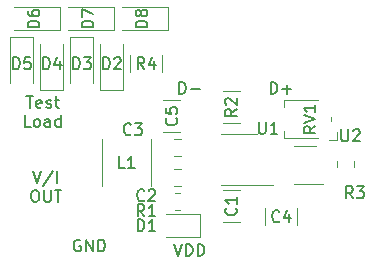
<source format=gto>
%TF.GenerationSoftware,KiCad,Pcbnew,7.0.1-0*%
%TF.CreationDate,2023-04-04T18:33:11-07:00*%
%TF.ProjectId,ULD_Test_Board,554c445f-5465-4737-945f-426f6172642e,A*%
%TF.SameCoordinates,Original*%
%TF.FileFunction,Legend,Top*%
%TF.FilePolarity,Positive*%
%FSLAX46Y46*%
G04 Gerber Fmt 4.6, Leading zero omitted, Abs format (unit mm)*
G04 Created by KiCad (PCBNEW 7.0.1-0) date 2023-04-04 18:33:11*
%MOMM*%
%LPD*%
G01*
G04 APERTURE LIST*
%ADD10C,0.152400*%
%ADD11C,0.120000*%
G04 APERTURE END LIST*
D10*
X47987857Y-36200769D02*
X47987857Y-35210169D01*
X47987857Y-35210169D02*
X48223714Y-35210169D01*
X48223714Y-35210169D02*
X48365228Y-35257340D01*
X48365228Y-35257340D02*
X48459571Y-35351683D01*
X48459571Y-35351683D02*
X48506742Y-35446026D01*
X48506742Y-35446026D02*
X48553914Y-35634712D01*
X48553914Y-35634712D02*
X48553914Y-35776226D01*
X48553914Y-35776226D02*
X48506742Y-35964912D01*
X48506742Y-35964912D02*
X48459571Y-36059255D01*
X48459571Y-36059255D02*
X48365228Y-36153598D01*
X48365228Y-36153598D02*
X48223714Y-36200769D01*
X48223714Y-36200769D02*
X47987857Y-36200769D01*
X48978457Y-35823398D02*
X49733200Y-35823398D01*
X49355828Y-36200769D02*
X49355828Y-35446026D01*
X27871057Y-42749397D02*
X28201257Y-43739997D01*
X28201257Y-43739997D02*
X28531457Y-42749397D01*
X29569229Y-42702226D02*
X28720143Y-43975854D01*
X29899429Y-43739997D02*
X29899429Y-42749397D01*
X27965400Y-44354169D02*
X28154086Y-44354169D01*
X28154086Y-44354169D02*
X28248429Y-44401340D01*
X28248429Y-44401340D02*
X28342772Y-44495683D01*
X28342772Y-44495683D02*
X28389943Y-44684369D01*
X28389943Y-44684369D02*
X28389943Y-45014569D01*
X28389943Y-45014569D02*
X28342772Y-45203255D01*
X28342772Y-45203255D02*
X28248429Y-45297598D01*
X28248429Y-45297598D02*
X28154086Y-45344769D01*
X28154086Y-45344769D02*
X27965400Y-45344769D01*
X27965400Y-45344769D02*
X27871058Y-45297598D01*
X27871058Y-45297598D02*
X27776715Y-45203255D01*
X27776715Y-45203255D02*
X27729543Y-45014569D01*
X27729543Y-45014569D02*
X27729543Y-44684369D01*
X27729543Y-44684369D02*
X27776715Y-44495683D01*
X27776715Y-44495683D02*
X27871058Y-44401340D01*
X27871058Y-44401340D02*
X27965400Y-44354169D01*
X28814486Y-44354169D02*
X28814486Y-45156083D01*
X28814486Y-45156083D02*
X28861657Y-45250426D01*
X28861657Y-45250426D02*
X28908829Y-45297598D01*
X28908829Y-45297598D02*
X29003171Y-45344769D01*
X29003171Y-45344769D02*
X29191857Y-45344769D01*
X29191857Y-45344769D02*
X29286200Y-45297598D01*
X29286200Y-45297598D02*
X29333371Y-45250426D01*
X29333371Y-45250426D02*
X29380543Y-45156083D01*
X29380543Y-45156083D02*
X29380543Y-44354169D01*
X29710742Y-44354169D02*
X30276800Y-44354169D01*
X29993771Y-45344769D02*
X29993771Y-44354169D01*
X27310442Y-36399397D02*
X27876500Y-36399397D01*
X27593471Y-37389997D02*
X27593471Y-36399397D01*
X28584071Y-37342826D02*
X28489728Y-37389997D01*
X28489728Y-37389997D02*
X28301043Y-37389997D01*
X28301043Y-37389997D02*
X28206700Y-37342826D01*
X28206700Y-37342826D02*
X28159528Y-37248483D01*
X28159528Y-37248483D02*
X28159528Y-36871111D01*
X28159528Y-36871111D02*
X28206700Y-36776768D01*
X28206700Y-36776768D02*
X28301043Y-36729597D01*
X28301043Y-36729597D02*
X28489728Y-36729597D01*
X28489728Y-36729597D02*
X28584071Y-36776768D01*
X28584071Y-36776768D02*
X28631243Y-36871111D01*
X28631243Y-36871111D02*
X28631243Y-36965454D01*
X28631243Y-36965454D02*
X28159528Y-37059797D01*
X29008614Y-37342826D02*
X29102957Y-37389997D01*
X29102957Y-37389997D02*
X29291643Y-37389997D01*
X29291643Y-37389997D02*
X29385986Y-37342826D01*
X29385986Y-37342826D02*
X29433157Y-37248483D01*
X29433157Y-37248483D02*
X29433157Y-37201311D01*
X29433157Y-37201311D02*
X29385986Y-37106968D01*
X29385986Y-37106968D02*
X29291643Y-37059797D01*
X29291643Y-37059797D02*
X29150129Y-37059797D01*
X29150129Y-37059797D02*
X29055786Y-37012626D01*
X29055786Y-37012626D02*
X29008614Y-36918283D01*
X29008614Y-36918283D02*
X29008614Y-36871111D01*
X29008614Y-36871111D02*
X29055786Y-36776768D01*
X29055786Y-36776768D02*
X29150129Y-36729597D01*
X29150129Y-36729597D02*
X29291643Y-36729597D01*
X29291643Y-36729597D02*
X29385986Y-36776768D01*
X29716185Y-36729597D02*
X30093557Y-36729597D01*
X29857700Y-36399397D02*
X29857700Y-37248483D01*
X29857700Y-37248483D02*
X29904871Y-37342826D01*
X29904871Y-37342826D02*
X29999214Y-37389997D01*
X29999214Y-37389997D02*
X30093557Y-37389997D01*
X27664229Y-38994769D02*
X27192515Y-38994769D01*
X27192515Y-38994769D02*
X27192515Y-38004169D01*
X28135943Y-38994769D02*
X28041600Y-38947598D01*
X28041600Y-38947598D02*
X27994429Y-38900426D01*
X27994429Y-38900426D02*
X27947257Y-38806083D01*
X27947257Y-38806083D02*
X27947257Y-38523055D01*
X27947257Y-38523055D02*
X27994429Y-38428712D01*
X27994429Y-38428712D02*
X28041600Y-38381540D01*
X28041600Y-38381540D02*
X28135943Y-38334369D01*
X28135943Y-38334369D02*
X28277457Y-38334369D01*
X28277457Y-38334369D02*
X28371800Y-38381540D01*
X28371800Y-38381540D02*
X28418972Y-38428712D01*
X28418972Y-38428712D02*
X28466143Y-38523055D01*
X28466143Y-38523055D02*
X28466143Y-38806083D01*
X28466143Y-38806083D02*
X28418972Y-38900426D01*
X28418972Y-38900426D02*
X28371800Y-38947598D01*
X28371800Y-38947598D02*
X28277457Y-38994769D01*
X28277457Y-38994769D02*
X28135943Y-38994769D01*
X29315229Y-38994769D02*
X29315229Y-38475883D01*
X29315229Y-38475883D02*
X29268057Y-38381540D01*
X29268057Y-38381540D02*
X29173714Y-38334369D01*
X29173714Y-38334369D02*
X28985029Y-38334369D01*
X28985029Y-38334369D02*
X28890686Y-38381540D01*
X29315229Y-38947598D02*
X29220886Y-38994769D01*
X29220886Y-38994769D02*
X28985029Y-38994769D01*
X28985029Y-38994769D02*
X28890686Y-38947598D01*
X28890686Y-38947598D02*
X28843514Y-38853255D01*
X28843514Y-38853255D02*
X28843514Y-38758912D01*
X28843514Y-38758912D02*
X28890686Y-38664569D01*
X28890686Y-38664569D02*
X28985029Y-38617398D01*
X28985029Y-38617398D02*
X29220886Y-38617398D01*
X29220886Y-38617398D02*
X29315229Y-38570226D01*
X30211486Y-38994769D02*
X30211486Y-38004169D01*
X30211486Y-38947598D02*
X30117143Y-38994769D01*
X30117143Y-38994769D02*
X29928457Y-38994769D01*
X29928457Y-38994769D02*
X29834114Y-38947598D01*
X29834114Y-38947598D02*
X29786943Y-38900426D01*
X29786943Y-38900426D02*
X29739771Y-38806083D01*
X29739771Y-38806083D02*
X29739771Y-38523055D01*
X29739771Y-38523055D02*
X29786943Y-38428712D01*
X29786943Y-38428712D02*
X29834114Y-38381540D01*
X29834114Y-38381540D02*
X29928457Y-38334369D01*
X29928457Y-38334369D02*
X30117143Y-38334369D01*
X30117143Y-38334369D02*
X30211486Y-38381540D01*
X39827199Y-48926169D02*
X40157399Y-49916769D01*
X40157399Y-49916769D02*
X40487599Y-48926169D01*
X40817800Y-49916769D02*
X40817800Y-48926169D01*
X40817800Y-48926169D02*
X41053657Y-48926169D01*
X41053657Y-48926169D02*
X41195171Y-48973340D01*
X41195171Y-48973340D02*
X41289514Y-49067683D01*
X41289514Y-49067683D02*
X41336685Y-49162026D01*
X41336685Y-49162026D02*
X41383857Y-49350712D01*
X41383857Y-49350712D02*
X41383857Y-49492226D01*
X41383857Y-49492226D02*
X41336685Y-49680912D01*
X41336685Y-49680912D02*
X41289514Y-49775255D01*
X41289514Y-49775255D02*
X41195171Y-49869598D01*
X41195171Y-49869598D02*
X41053657Y-49916769D01*
X41053657Y-49916769D02*
X40817800Y-49916769D01*
X41808400Y-49916769D02*
X41808400Y-48926169D01*
X41808400Y-48926169D02*
X42044257Y-48926169D01*
X42044257Y-48926169D02*
X42185771Y-48973340D01*
X42185771Y-48973340D02*
X42280114Y-49067683D01*
X42280114Y-49067683D02*
X42327285Y-49162026D01*
X42327285Y-49162026D02*
X42374457Y-49350712D01*
X42374457Y-49350712D02*
X42374457Y-49492226D01*
X42374457Y-49492226D02*
X42327285Y-49680912D01*
X42327285Y-49680912D02*
X42280114Y-49775255D01*
X42280114Y-49775255D02*
X42185771Y-49869598D01*
X42185771Y-49869598D02*
X42044257Y-49916769D01*
X42044257Y-49916769D02*
X41808400Y-49916769D01*
X31884257Y-48592340D02*
X31789915Y-48545169D01*
X31789915Y-48545169D02*
X31648400Y-48545169D01*
X31648400Y-48545169D02*
X31506886Y-48592340D01*
X31506886Y-48592340D02*
X31412543Y-48686683D01*
X31412543Y-48686683D02*
X31365372Y-48781026D01*
X31365372Y-48781026D02*
X31318200Y-48969712D01*
X31318200Y-48969712D02*
X31318200Y-49111226D01*
X31318200Y-49111226D02*
X31365372Y-49299912D01*
X31365372Y-49299912D02*
X31412543Y-49394255D01*
X31412543Y-49394255D02*
X31506886Y-49488598D01*
X31506886Y-49488598D02*
X31648400Y-49535769D01*
X31648400Y-49535769D02*
X31742743Y-49535769D01*
X31742743Y-49535769D02*
X31884257Y-49488598D01*
X31884257Y-49488598D02*
X31931429Y-49441426D01*
X31931429Y-49441426D02*
X31931429Y-49111226D01*
X31931429Y-49111226D02*
X31742743Y-49111226D01*
X32355972Y-49535769D02*
X32355972Y-48545169D01*
X32355972Y-48545169D02*
X32922029Y-49535769D01*
X32922029Y-49535769D02*
X32922029Y-48545169D01*
X33393743Y-49535769D02*
X33393743Y-48545169D01*
X33393743Y-48545169D02*
X33629600Y-48545169D01*
X33629600Y-48545169D02*
X33771114Y-48592340D01*
X33771114Y-48592340D02*
X33865457Y-48686683D01*
X33865457Y-48686683D02*
X33912628Y-48781026D01*
X33912628Y-48781026D02*
X33959800Y-48969712D01*
X33959800Y-48969712D02*
X33959800Y-49111226D01*
X33959800Y-49111226D02*
X33912628Y-49299912D01*
X33912628Y-49299912D02*
X33865457Y-49394255D01*
X33865457Y-49394255D02*
X33771114Y-49488598D01*
X33771114Y-49488598D02*
X33629600Y-49535769D01*
X33629600Y-49535769D02*
X33393743Y-49535769D01*
X40240857Y-36200769D02*
X40240857Y-35210169D01*
X40240857Y-35210169D02*
X40476714Y-35210169D01*
X40476714Y-35210169D02*
X40618228Y-35257340D01*
X40618228Y-35257340D02*
X40712571Y-35351683D01*
X40712571Y-35351683D02*
X40759742Y-35446026D01*
X40759742Y-35446026D02*
X40806914Y-35634712D01*
X40806914Y-35634712D02*
X40806914Y-35776226D01*
X40806914Y-35776226D02*
X40759742Y-35964912D01*
X40759742Y-35964912D02*
X40712571Y-36059255D01*
X40712571Y-36059255D02*
X40618228Y-36153598D01*
X40618228Y-36153598D02*
X40476714Y-36200769D01*
X40476714Y-36200769D02*
X40240857Y-36200769D01*
X41231457Y-35823398D02*
X41986200Y-35823398D01*
%TO.C,D1*%
X36733843Y-47829270D02*
X36733843Y-46838670D01*
X36733843Y-46838670D02*
X36969700Y-46838670D01*
X36969700Y-46838670D02*
X37111214Y-46885841D01*
X37111214Y-46885841D02*
X37205557Y-46980184D01*
X37205557Y-46980184D02*
X37252728Y-47074527D01*
X37252728Y-47074527D02*
X37299900Y-47263213D01*
X37299900Y-47263213D02*
X37299900Y-47404727D01*
X37299900Y-47404727D02*
X37252728Y-47593413D01*
X37252728Y-47593413D02*
X37205557Y-47687756D01*
X37205557Y-47687756D02*
X37111214Y-47782099D01*
X37111214Y-47782099D02*
X36969700Y-47829270D01*
X36969700Y-47829270D02*
X36733843Y-47829270D01*
X38243328Y-47829270D02*
X37677271Y-47829270D01*
X37960300Y-47829270D02*
X37960300Y-46838670D01*
X37960300Y-46838670D02*
X37865957Y-46980184D01*
X37865957Y-46980184D02*
X37771614Y-47074527D01*
X37771614Y-47074527D02*
X37677271Y-47121699D01*
%TO.C,D3*%
X31272843Y-34113270D02*
X31272843Y-33122670D01*
X31272843Y-33122670D02*
X31508700Y-33122670D01*
X31508700Y-33122670D02*
X31650214Y-33169841D01*
X31650214Y-33169841D02*
X31744557Y-33264184D01*
X31744557Y-33264184D02*
X31791728Y-33358527D01*
X31791728Y-33358527D02*
X31838900Y-33547213D01*
X31838900Y-33547213D02*
X31838900Y-33688727D01*
X31838900Y-33688727D02*
X31791728Y-33877413D01*
X31791728Y-33877413D02*
X31744557Y-33971756D01*
X31744557Y-33971756D02*
X31650214Y-34066099D01*
X31650214Y-34066099D02*
X31508700Y-34113270D01*
X31508700Y-34113270D02*
X31272843Y-34113270D01*
X32169100Y-33122670D02*
X32782328Y-33122670D01*
X32782328Y-33122670D02*
X32452128Y-33500041D01*
X32452128Y-33500041D02*
X32593643Y-33500041D01*
X32593643Y-33500041D02*
X32687986Y-33547213D01*
X32687986Y-33547213D02*
X32735157Y-33594384D01*
X32735157Y-33594384D02*
X32782328Y-33688727D01*
X32782328Y-33688727D02*
X32782328Y-33924584D01*
X32782328Y-33924584D02*
X32735157Y-34018927D01*
X32735157Y-34018927D02*
X32687986Y-34066099D01*
X32687986Y-34066099D02*
X32593643Y-34113270D01*
X32593643Y-34113270D02*
X32310614Y-34113270D01*
X32310614Y-34113270D02*
X32216271Y-34066099D01*
X32216271Y-34066099D02*
X32169100Y-34018927D01*
%TO.C,U1*%
X46997257Y-38583670D02*
X46997257Y-39385584D01*
X46997257Y-39385584D02*
X47044428Y-39479927D01*
X47044428Y-39479927D02*
X47091600Y-39527099D01*
X47091600Y-39527099D02*
X47185942Y-39574270D01*
X47185942Y-39574270D02*
X47374628Y-39574270D01*
X47374628Y-39574270D02*
X47468971Y-39527099D01*
X47468971Y-39527099D02*
X47516142Y-39479927D01*
X47516142Y-39479927D02*
X47563314Y-39385584D01*
X47563314Y-39385584D02*
X47563314Y-38583670D01*
X48553913Y-39574270D02*
X47987856Y-39574270D01*
X48270885Y-39574270D02*
X48270885Y-38583670D01*
X48270885Y-38583670D02*
X48176542Y-38725184D01*
X48176542Y-38725184D02*
X48082199Y-38819527D01*
X48082199Y-38819527D02*
X47987856Y-38866699D01*
%TO.C,D8*%
X37542270Y-30576156D02*
X36551670Y-30576156D01*
X36551670Y-30576156D02*
X36551670Y-30340299D01*
X36551670Y-30340299D02*
X36598841Y-30198785D01*
X36598841Y-30198785D02*
X36693184Y-30104442D01*
X36693184Y-30104442D02*
X36787527Y-30057271D01*
X36787527Y-30057271D02*
X36976213Y-30010099D01*
X36976213Y-30010099D02*
X37117727Y-30010099D01*
X37117727Y-30010099D02*
X37306413Y-30057271D01*
X37306413Y-30057271D02*
X37400756Y-30104442D01*
X37400756Y-30104442D02*
X37495099Y-30198785D01*
X37495099Y-30198785D02*
X37542270Y-30340299D01*
X37542270Y-30340299D02*
X37542270Y-30576156D01*
X36976213Y-29444042D02*
X36929041Y-29538385D01*
X36929041Y-29538385D02*
X36881870Y-29585556D01*
X36881870Y-29585556D02*
X36787527Y-29632728D01*
X36787527Y-29632728D02*
X36740356Y-29632728D01*
X36740356Y-29632728D02*
X36646013Y-29585556D01*
X36646013Y-29585556D02*
X36598841Y-29538385D01*
X36598841Y-29538385D02*
X36551670Y-29444042D01*
X36551670Y-29444042D02*
X36551670Y-29255356D01*
X36551670Y-29255356D02*
X36598841Y-29161014D01*
X36598841Y-29161014D02*
X36646013Y-29113842D01*
X36646013Y-29113842D02*
X36740356Y-29066671D01*
X36740356Y-29066671D02*
X36787527Y-29066671D01*
X36787527Y-29066671D02*
X36881870Y-29113842D01*
X36881870Y-29113842D02*
X36929041Y-29161014D01*
X36929041Y-29161014D02*
X36976213Y-29255356D01*
X36976213Y-29255356D02*
X36976213Y-29444042D01*
X36976213Y-29444042D02*
X37023384Y-29538385D01*
X37023384Y-29538385D02*
X37070556Y-29585556D01*
X37070556Y-29585556D02*
X37164899Y-29632728D01*
X37164899Y-29632728D02*
X37353584Y-29632728D01*
X37353584Y-29632728D02*
X37447927Y-29585556D01*
X37447927Y-29585556D02*
X37495099Y-29538385D01*
X37495099Y-29538385D02*
X37542270Y-29444042D01*
X37542270Y-29444042D02*
X37542270Y-29255356D01*
X37542270Y-29255356D02*
X37495099Y-29161014D01*
X37495099Y-29161014D02*
X37447927Y-29113842D01*
X37447927Y-29113842D02*
X37353584Y-29066671D01*
X37353584Y-29066671D02*
X37164899Y-29066671D01*
X37164899Y-29066671D02*
X37070556Y-29113842D01*
X37070556Y-29113842D02*
X37023384Y-29161014D01*
X37023384Y-29161014D02*
X36976213Y-29255356D01*
%TO.C,RV1*%
X51766270Y-38943642D02*
X51294556Y-39273842D01*
X51766270Y-39509699D02*
X50775670Y-39509699D01*
X50775670Y-39509699D02*
X50775670Y-39132328D01*
X50775670Y-39132328D02*
X50822841Y-39037985D01*
X50822841Y-39037985D02*
X50870013Y-38990814D01*
X50870013Y-38990814D02*
X50964356Y-38943642D01*
X50964356Y-38943642D02*
X51105870Y-38943642D01*
X51105870Y-38943642D02*
X51200213Y-38990814D01*
X51200213Y-38990814D02*
X51247384Y-39037985D01*
X51247384Y-39037985D02*
X51294556Y-39132328D01*
X51294556Y-39132328D02*
X51294556Y-39509699D01*
X50775670Y-38660614D02*
X51766270Y-38330414D01*
X51766270Y-38330414D02*
X50775670Y-38000214D01*
X51766270Y-37151128D02*
X51766270Y-37717185D01*
X51766270Y-37434156D02*
X50775670Y-37434156D01*
X50775670Y-37434156D02*
X50917184Y-37528499D01*
X50917184Y-37528499D02*
X51011527Y-37622842D01*
X51011527Y-37622842D02*
X51058699Y-37717185D01*
%TO.C,U2*%
X53982257Y-39218670D02*
X53982257Y-40020584D01*
X53982257Y-40020584D02*
X54029428Y-40114927D01*
X54029428Y-40114927D02*
X54076600Y-40162099D01*
X54076600Y-40162099D02*
X54170942Y-40209270D01*
X54170942Y-40209270D02*
X54359628Y-40209270D01*
X54359628Y-40209270D02*
X54453971Y-40162099D01*
X54453971Y-40162099D02*
X54501142Y-40114927D01*
X54501142Y-40114927D02*
X54548314Y-40020584D01*
X54548314Y-40020584D02*
X54548314Y-39218670D01*
X54972856Y-39313013D02*
X55020028Y-39265841D01*
X55020028Y-39265841D02*
X55114371Y-39218670D01*
X55114371Y-39218670D02*
X55350228Y-39218670D01*
X55350228Y-39218670D02*
X55444571Y-39265841D01*
X55444571Y-39265841D02*
X55491742Y-39313013D01*
X55491742Y-39313013D02*
X55538913Y-39407356D01*
X55538913Y-39407356D02*
X55538913Y-39501699D01*
X55538913Y-39501699D02*
X55491742Y-39643213D01*
X55491742Y-39643213D02*
X54925685Y-40209270D01*
X54925685Y-40209270D02*
X55538913Y-40209270D01*
%TO.C,R2*%
X45131270Y-37503099D02*
X44659556Y-37833299D01*
X45131270Y-38069156D02*
X44140670Y-38069156D01*
X44140670Y-38069156D02*
X44140670Y-37691785D01*
X44140670Y-37691785D02*
X44187841Y-37597442D01*
X44187841Y-37597442D02*
X44235013Y-37550271D01*
X44235013Y-37550271D02*
X44329356Y-37503099D01*
X44329356Y-37503099D02*
X44470870Y-37503099D01*
X44470870Y-37503099D02*
X44565213Y-37550271D01*
X44565213Y-37550271D02*
X44612384Y-37597442D01*
X44612384Y-37597442D02*
X44659556Y-37691785D01*
X44659556Y-37691785D02*
X44659556Y-38069156D01*
X44235013Y-37125728D02*
X44187841Y-37078556D01*
X44187841Y-37078556D02*
X44140670Y-36984214D01*
X44140670Y-36984214D02*
X44140670Y-36748356D01*
X44140670Y-36748356D02*
X44187841Y-36654014D01*
X44187841Y-36654014D02*
X44235013Y-36606842D01*
X44235013Y-36606842D02*
X44329356Y-36559671D01*
X44329356Y-36559671D02*
X44423699Y-36559671D01*
X44423699Y-36559671D02*
X44565213Y-36606842D01*
X44565213Y-36606842D02*
X45131270Y-37172899D01*
X45131270Y-37172899D02*
X45131270Y-36559671D01*
%TO.C,D2*%
X33812843Y-34113270D02*
X33812843Y-33122670D01*
X33812843Y-33122670D02*
X34048700Y-33122670D01*
X34048700Y-33122670D02*
X34190214Y-33169841D01*
X34190214Y-33169841D02*
X34284557Y-33264184D01*
X34284557Y-33264184D02*
X34331728Y-33358527D01*
X34331728Y-33358527D02*
X34378900Y-33547213D01*
X34378900Y-33547213D02*
X34378900Y-33688727D01*
X34378900Y-33688727D02*
X34331728Y-33877413D01*
X34331728Y-33877413D02*
X34284557Y-33971756D01*
X34284557Y-33971756D02*
X34190214Y-34066099D01*
X34190214Y-34066099D02*
X34048700Y-34113270D01*
X34048700Y-34113270D02*
X33812843Y-34113270D01*
X34756271Y-33217013D02*
X34803443Y-33169841D01*
X34803443Y-33169841D02*
X34897786Y-33122670D01*
X34897786Y-33122670D02*
X35133643Y-33122670D01*
X35133643Y-33122670D02*
X35227986Y-33169841D01*
X35227986Y-33169841D02*
X35275157Y-33217013D01*
X35275157Y-33217013D02*
X35322328Y-33311356D01*
X35322328Y-33311356D02*
X35322328Y-33405699D01*
X35322328Y-33405699D02*
X35275157Y-33547213D01*
X35275157Y-33547213D02*
X34709100Y-34113270D01*
X34709100Y-34113270D02*
X35322328Y-34113270D01*
%TO.C,D6*%
X28398270Y-30576156D02*
X27407670Y-30576156D01*
X27407670Y-30576156D02*
X27407670Y-30340299D01*
X27407670Y-30340299D02*
X27454841Y-30198785D01*
X27454841Y-30198785D02*
X27549184Y-30104442D01*
X27549184Y-30104442D02*
X27643527Y-30057271D01*
X27643527Y-30057271D02*
X27832213Y-30010099D01*
X27832213Y-30010099D02*
X27973727Y-30010099D01*
X27973727Y-30010099D02*
X28162413Y-30057271D01*
X28162413Y-30057271D02*
X28256756Y-30104442D01*
X28256756Y-30104442D02*
X28351099Y-30198785D01*
X28351099Y-30198785D02*
X28398270Y-30340299D01*
X28398270Y-30340299D02*
X28398270Y-30576156D01*
X27407670Y-29161014D02*
X27407670Y-29349699D01*
X27407670Y-29349699D02*
X27454841Y-29444042D01*
X27454841Y-29444042D02*
X27502013Y-29491214D01*
X27502013Y-29491214D02*
X27643527Y-29585556D01*
X27643527Y-29585556D02*
X27832213Y-29632728D01*
X27832213Y-29632728D02*
X28209584Y-29632728D01*
X28209584Y-29632728D02*
X28303927Y-29585556D01*
X28303927Y-29585556D02*
X28351099Y-29538385D01*
X28351099Y-29538385D02*
X28398270Y-29444042D01*
X28398270Y-29444042D02*
X28398270Y-29255356D01*
X28398270Y-29255356D02*
X28351099Y-29161014D01*
X28351099Y-29161014D02*
X28303927Y-29113842D01*
X28303927Y-29113842D02*
X28209584Y-29066671D01*
X28209584Y-29066671D02*
X27973727Y-29066671D01*
X27973727Y-29066671D02*
X27879384Y-29113842D01*
X27879384Y-29113842D02*
X27832213Y-29161014D01*
X27832213Y-29161014D02*
X27785041Y-29255356D01*
X27785041Y-29255356D02*
X27785041Y-29444042D01*
X27785041Y-29444042D02*
X27832213Y-29538385D01*
X27832213Y-29538385D02*
X27879384Y-29585556D01*
X27879384Y-29585556D02*
X27973727Y-29632728D01*
%TO.C,C3*%
X36156900Y-39606927D02*
X36109728Y-39654099D01*
X36109728Y-39654099D02*
X35968214Y-39701270D01*
X35968214Y-39701270D02*
X35873871Y-39701270D01*
X35873871Y-39701270D02*
X35732357Y-39654099D01*
X35732357Y-39654099D02*
X35638014Y-39559756D01*
X35638014Y-39559756D02*
X35590843Y-39465413D01*
X35590843Y-39465413D02*
X35543671Y-39276727D01*
X35543671Y-39276727D02*
X35543671Y-39135213D01*
X35543671Y-39135213D02*
X35590843Y-38946527D01*
X35590843Y-38946527D02*
X35638014Y-38852184D01*
X35638014Y-38852184D02*
X35732357Y-38757841D01*
X35732357Y-38757841D02*
X35873871Y-38710670D01*
X35873871Y-38710670D02*
X35968214Y-38710670D01*
X35968214Y-38710670D02*
X36109728Y-38757841D01*
X36109728Y-38757841D02*
X36156900Y-38805013D01*
X36487100Y-38710670D02*
X37100328Y-38710670D01*
X37100328Y-38710670D02*
X36770128Y-39088041D01*
X36770128Y-39088041D02*
X36911643Y-39088041D01*
X36911643Y-39088041D02*
X37005986Y-39135213D01*
X37005986Y-39135213D02*
X37053157Y-39182384D01*
X37053157Y-39182384D02*
X37100328Y-39276727D01*
X37100328Y-39276727D02*
X37100328Y-39512584D01*
X37100328Y-39512584D02*
X37053157Y-39606927D01*
X37053157Y-39606927D02*
X37005986Y-39654099D01*
X37005986Y-39654099D02*
X36911643Y-39701270D01*
X36911643Y-39701270D02*
X36628614Y-39701270D01*
X36628614Y-39701270D02*
X36534271Y-39654099D01*
X36534271Y-39654099D02*
X36487100Y-39606927D01*
%TO.C,D7*%
X32970270Y-30576156D02*
X31979670Y-30576156D01*
X31979670Y-30576156D02*
X31979670Y-30340299D01*
X31979670Y-30340299D02*
X32026841Y-30198785D01*
X32026841Y-30198785D02*
X32121184Y-30104442D01*
X32121184Y-30104442D02*
X32215527Y-30057271D01*
X32215527Y-30057271D02*
X32404213Y-30010099D01*
X32404213Y-30010099D02*
X32545727Y-30010099D01*
X32545727Y-30010099D02*
X32734413Y-30057271D01*
X32734413Y-30057271D02*
X32828756Y-30104442D01*
X32828756Y-30104442D02*
X32923099Y-30198785D01*
X32923099Y-30198785D02*
X32970270Y-30340299D01*
X32970270Y-30340299D02*
X32970270Y-30576156D01*
X31979670Y-29679899D02*
X31979670Y-29019499D01*
X31979670Y-29019499D02*
X32970270Y-29444042D01*
%TO.C,R3*%
X54952900Y-45035270D02*
X54622700Y-44563556D01*
X54386843Y-45035270D02*
X54386843Y-44044670D01*
X54386843Y-44044670D02*
X54764214Y-44044670D01*
X54764214Y-44044670D02*
X54858557Y-44091841D01*
X54858557Y-44091841D02*
X54905728Y-44139013D01*
X54905728Y-44139013D02*
X54952900Y-44233356D01*
X54952900Y-44233356D02*
X54952900Y-44374870D01*
X54952900Y-44374870D02*
X54905728Y-44469213D01*
X54905728Y-44469213D02*
X54858557Y-44516384D01*
X54858557Y-44516384D02*
X54764214Y-44563556D01*
X54764214Y-44563556D02*
X54386843Y-44563556D01*
X55283100Y-44044670D02*
X55896328Y-44044670D01*
X55896328Y-44044670D02*
X55566128Y-44422041D01*
X55566128Y-44422041D02*
X55707643Y-44422041D01*
X55707643Y-44422041D02*
X55801986Y-44469213D01*
X55801986Y-44469213D02*
X55849157Y-44516384D01*
X55849157Y-44516384D02*
X55896328Y-44610727D01*
X55896328Y-44610727D02*
X55896328Y-44846584D01*
X55896328Y-44846584D02*
X55849157Y-44940927D01*
X55849157Y-44940927D02*
X55801986Y-44988099D01*
X55801986Y-44988099D02*
X55707643Y-45035270D01*
X55707643Y-45035270D02*
X55424614Y-45035270D01*
X55424614Y-45035270D02*
X55330271Y-44988099D01*
X55330271Y-44988099D02*
X55283100Y-44940927D01*
%TO.C,D4*%
X28732843Y-34113270D02*
X28732843Y-33122670D01*
X28732843Y-33122670D02*
X28968700Y-33122670D01*
X28968700Y-33122670D02*
X29110214Y-33169841D01*
X29110214Y-33169841D02*
X29204557Y-33264184D01*
X29204557Y-33264184D02*
X29251728Y-33358527D01*
X29251728Y-33358527D02*
X29298900Y-33547213D01*
X29298900Y-33547213D02*
X29298900Y-33688727D01*
X29298900Y-33688727D02*
X29251728Y-33877413D01*
X29251728Y-33877413D02*
X29204557Y-33971756D01*
X29204557Y-33971756D02*
X29110214Y-34066099D01*
X29110214Y-34066099D02*
X28968700Y-34113270D01*
X28968700Y-34113270D02*
X28732843Y-34113270D01*
X30147986Y-33452870D02*
X30147986Y-34113270D01*
X29912128Y-33075499D02*
X29676271Y-33783070D01*
X29676271Y-33783070D02*
X30289500Y-33783070D01*
%TO.C,R4*%
X37299900Y-34091270D02*
X36969700Y-33619556D01*
X36733843Y-34091270D02*
X36733843Y-33100670D01*
X36733843Y-33100670D02*
X37111214Y-33100670D01*
X37111214Y-33100670D02*
X37205557Y-33147841D01*
X37205557Y-33147841D02*
X37252728Y-33195013D01*
X37252728Y-33195013D02*
X37299900Y-33289356D01*
X37299900Y-33289356D02*
X37299900Y-33430870D01*
X37299900Y-33430870D02*
X37252728Y-33525213D01*
X37252728Y-33525213D02*
X37205557Y-33572384D01*
X37205557Y-33572384D02*
X37111214Y-33619556D01*
X37111214Y-33619556D02*
X36733843Y-33619556D01*
X38148986Y-33430870D02*
X38148986Y-34091270D01*
X37913128Y-33053499D02*
X37677271Y-33761070D01*
X37677271Y-33761070D02*
X38290500Y-33761070D01*
%TO.C,L1*%
X35626900Y-42495270D02*
X35155186Y-42495270D01*
X35155186Y-42495270D02*
X35155186Y-41504670D01*
X36475985Y-42495270D02*
X35909928Y-42495270D01*
X36192957Y-42495270D02*
X36192957Y-41504670D01*
X36192957Y-41504670D02*
X36098614Y-41646184D01*
X36098614Y-41646184D02*
X36004271Y-41740527D01*
X36004271Y-41740527D02*
X35909928Y-41787699D01*
%TO.C,C1*%
X45045927Y-45885099D02*
X45093099Y-45932271D01*
X45093099Y-45932271D02*
X45140270Y-46073785D01*
X45140270Y-46073785D02*
X45140270Y-46168128D01*
X45140270Y-46168128D02*
X45093099Y-46309642D01*
X45093099Y-46309642D02*
X44998756Y-46403985D01*
X44998756Y-46403985D02*
X44904413Y-46451156D01*
X44904413Y-46451156D02*
X44715727Y-46498328D01*
X44715727Y-46498328D02*
X44574213Y-46498328D01*
X44574213Y-46498328D02*
X44385527Y-46451156D01*
X44385527Y-46451156D02*
X44291184Y-46403985D01*
X44291184Y-46403985D02*
X44196841Y-46309642D01*
X44196841Y-46309642D02*
X44149670Y-46168128D01*
X44149670Y-46168128D02*
X44149670Y-46073785D01*
X44149670Y-46073785D02*
X44196841Y-45932271D01*
X44196841Y-45932271D02*
X44244013Y-45885099D01*
X45140270Y-44941671D02*
X45140270Y-45507728D01*
X45140270Y-45224699D02*
X44149670Y-45224699D01*
X44149670Y-45224699D02*
X44291184Y-45319042D01*
X44291184Y-45319042D02*
X44385527Y-45413385D01*
X44385527Y-45413385D02*
X44432699Y-45507728D01*
%TO.C,C5*%
X39987927Y-38265099D02*
X40035099Y-38312271D01*
X40035099Y-38312271D02*
X40082270Y-38453785D01*
X40082270Y-38453785D02*
X40082270Y-38548128D01*
X40082270Y-38548128D02*
X40035099Y-38689642D01*
X40035099Y-38689642D02*
X39940756Y-38783985D01*
X39940756Y-38783985D02*
X39846413Y-38831156D01*
X39846413Y-38831156D02*
X39657727Y-38878328D01*
X39657727Y-38878328D02*
X39516213Y-38878328D01*
X39516213Y-38878328D02*
X39327527Y-38831156D01*
X39327527Y-38831156D02*
X39233184Y-38783985D01*
X39233184Y-38783985D02*
X39138841Y-38689642D01*
X39138841Y-38689642D02*
X39091670Y-38548128D01*
X39091670Y-38548128D02*
X39091670Y-38453785D01*
X39091670Y-38453785D02*
X39138841Y-38312271D01*
X39138841Y-38312271D02*
X39186013Y-38265099D01*
X39091670Y-37368842D02*
X39091670Y-37840556D01*
X39091670Y-37840556D02*
X39563384Y-37887728D01*
X39563384Y-37887728D02*
X39516213Y-37840556D01*
X39516213Y-37840556D02*
X39469041Y-37746214D01*
X39469041Y-37746214D02*
X39469041Y-37510356D01*
X39469041Y-37510356D02*
X39516213Y-37416014D01*
X39516213Y-37416014D02*
X39563384Y-37368842D01*
X39563384Y-37368842D02*
X39657727Y-37321671D01*
X39657727Y-37321671D02*
X39893584Y-37321671D01*
X39893584Y-37321671D02*
X39987927Y-37368842D01*
X39987927Y-37368842D02*
X40035099Y-37416014D01*
X40035099Y-37416014D02*
X40082270Y-37510356D01*
X40082270Y-37510356D02*
X40082270Y-37746214D01*
X40082270Y-37746214D02*
X40035099Y-37840556D01*
X40035099Y-37840556D02*
X39987927Y-37887728D01*
%TO.C,C4*%
X48729900Y-46972927D02*
X48682728Y-47020099D01*
X48682728Y-47020099D02*
X48541214Y-47067270D01*
X48541214Y-47067270D02*
X48446871Y-47067270D01*
X48446871Y-47067270D02*
X48305357Y-47020099D01*
X48305357Y-47020099D02*
X48211014Y-46925756D01*
X48211014Y-46925756D02*
X48163843Y-46831413D01*
X48163843Y-46831413D02*
X48116671Y-46642727D01*
X48116671Y-46642727D02*
X48116671Y-46501213D01*
X48116671Y-46501213D02*
X48163843Y-46312527D01*
X48163843Y-46312527D02*
X48211014Y-46218184D01*
X48211014Y-46218184D02*
X48305357Y-46123841D01*
X48305357Y-46123841D02*
X48446871Y-46076670D01*
X48446871Y-46076670D02*
X48541214Y-46076670D01*
X48541214Y-46076670D02*
X48682728Y-46123841D01*
X48682728Y-46123841D02*
X48729900Y-46171013D01*
X49578986Y-46406870D02*
X49578986Y-47067270D01*
X49343128Y-46029499D02*
X49107271Y-46737070D01*
X49107271Y-46737070D02*
X49720500Y-46737070D01*
%TO.C,D5*%
X26192843Y-34113270D02*
X26192843Y-33122670D01*
X26192843Y-33122670D02*
X26428700Y-33122670D01*
X26428700Y-33122670D02*
X26570214Y-33169841D01*
X26570214Y-33169841D02*
X26664557Y-33264184D01*
X26664557Y-33264184D02*
X26711728Y-33358527D01*
X26711728Y-33358527D02*
X26758900Y-33547213D01*
X26758900Y-33547213D02*
X26758900Y-33688727D01*
X26758900Y-33688727D02*
X26711728Y-33877413D01*
X26711728Y-33877413D02*
X26664557Y-33971756D01*
X26664557Y-33971756D02*
X26570214Y-34066099D01*
X26570214Y-34066099D02*
X26428700Y-34113270D01*
X26428700Y-34113270D02*
X26192843Y-34113270D01*
X27655157Y-33122670D02*
X27183443Y-33122670D01*
X27183443Y-33122670D02*
X27136271Y-33594384D01*
X27136271Y-33594384D02*
X27183443Y-33547213D01*
X27183443Y-33547213D02*
X27277786Y-33500041D01*
X27277786Y-33500041D02*
X27513643Y-33500041D01*
X27513643Y-33500041D02*
X27607986Y-33547213D01*
X27607986Y-33547213D02*
X27655157Y-33594384D01*
X27655157Y-33594384D02*
X27702328Y-33688727D01*
X27702328Y-33688727D02*
X27702328Y-33924584D01*
X27702328Y-33924584D02*
X27655157Y-34018927D01*
X27655157Y-34018927D02*
X27607986Y-34066099D01*
X27607986Y-34066099D02*
X27513643Y-34113270D01*
X27513643Y-34113270D02*
X27277786Y-34113270D01*
X27277786Y-34113270D02*
X27183443Y-34066099D01*
X27183443Y-34066099D02*
X27136271Y-34018927D01*
%TO.C,R1*%
X37299900Y-46559270D02*
X36969700Y-46087556D01*
X36733843Y-46559270D02*
X36733843Y-45568670D01*
X36733843Y-45568670D02*
X37111214Y-45568670D01*
X37111214Y-45568670D02*
X37205557Y-45615841D01*
X37205557Y-45615841D02*
X37252728Y-45663013D01*
X37252728Y-45663013D02*
X37299900Y-45757356D01*
X37299900Y-45757356D02*
X37299900Y-45898870D01*
X37299900Y-45898870D02*
X37252728Y-45993213D01*
X37252728Y-45993213D02*
X37205557Y-46040384D01*
X37205557Y-46040384D02*
X37111214Y-46087556D01*
X37111214Y-46087556D02*
X36733843Y-46087556D01*
X38243328Y-46559270D02*
X37677271Y-46559270D01*
X37960300Y-46559270D02*
X37960300Y-45568670D01*
X37960300Y-45568670D02*
X37865957Y-45710184D01*
X37865957Y-45710184D02*
X37771614Y-45804527D01*
X37771614Y-45804527D02*
X37677271Y-45851699D01*
%TO.C,C2*%
X37299900Y-45194927D02*
X37252728Y-45242099D01*
X37252728Y-45242099D02*
X37111214Y-45289270D01*
X37111214Y-45289270D02*
X37016871Y-45289270D01*
X37016871Y-45289270D02*
X36875357Y-45242099D01*
X36875357Y-45242099D02*
X36781014Y-45147756D01*
X36781014Y-45147756D02*
X36733843Y-45053413D01*
X36733843Y-45053413D02*
X36686671Y-44864727D01*
X36686671Y-44864727D02*
X36686671Y-44723213D01*
X36686671Y-44723213D02*
X36733843Y-44534527D01*
X36733843Y-44534527D02*
X36781014Y-44440184D01*
X36781014Y-44440184D02*
X36875357Y-44345841D01*
X36875357Y-44345841D02*
X37016871Y-44298670D01*
X37016871Y-44298670D02*
X37111214Y-44298670D01*
X37111214Y-44298670D02*
X37252728Y-44345841D01*
X37252728Y-44345841D02*
X37299900Y-44393013D01*
X37677271Y-44393013D02*
X37724443Y-44345841D01*
X37724443Y-44345841D02*
X37818786Y-44298670D01*
X37818786Y-44298670D02*
X38054643Y-44298670D01*
X38054643Y-44298670D02*
X38148986Y-44345841D01*
X38148986Y-44345841D02*
X38196157Y-44393013D01*
X38196157Y-44393013D02*
X38243328Y-44487356D01*
X38243328Y-44487356D02*
X38243328Y-44581699D01*
X38243328Y-44581699D02*
X38196157Y-44723213D01*
X38196157Y-44723213D02*
X37630100Y-45289270D01*
X37630100Y-45289270D02*
X38243328Y-45289270D01*
D11*
%TO.C,D1*%
X41970000Y-48312000D02*
X41970000Y-46392000D01*
X41970000Y-46392000D02*
X39110000Y-46392000D01*
X39110000Y-48312000D02*
X41970000Y-48312000D01*
%TO.C,D3*%
X32973000Y-31423000D02*
X30973000Y-31423000D01*
X32973000Y-31423000D02*
X32973000Y-35283000D01*
X30973000Y-31423000D02*
X30973000Y-35283000D01*
%TO.C,U1*%
X45308000Y-43927000D02*
X48183000Y-43927000D01*
X45308000Y-43927000D02*
X43808000Y-43927000D01*
X45308000Y-39607000D02*
X46808000Y-39607000D01*
X45308000Y-39607000D02*
X43808000Y-39607000D01*
%TO.C,D8*%
X39263000Y-30823000D02*
X39263000Y-28823000D01*
X39263000Y-30823000D02*
X35403000Y-30823000D01*
X39263000Y-28823000D02*
X35403000Y-28823000D01*
%TO.C,RV1*%
X53632000Y-40138000D02*
X53632000Y-39438000D01*
X53132000Y-38538000D02*
X53132000Y-38138000D01*
X52932000Y-40138000D02*
X53632000Y-40138000D01*
X52032000Y-39938000D02*
X49132000Y-39938000D01*
X52032000Y-36738000D02*
X49132000Y-36738000D01*
X49132000Y-39938000D02*
X49132000Y-39338000D01*
X49132000Y-36738000D02*
X49132000Y-37338000D01*
%TO.C,U2*%
X51805000Y-40599000D02*
X50005000Y-40599000D01*
X50005000Y-43819000D02*
X52455000Y-43819000D01*
%TO.C,R2*%
X43949263Y-35964000D02*
X45396737Y-35964000D01*
X43949263Y-38674000D02*
X45396737Y-38674000D01*
%TO.C,D2*%
X33513000Y-35843000D02*
X35513000Y-35843000D01*
X33513000Y-35843000D02*
X33513000Y-31983000D01*
X35513000Y-35843000D02*
X35513000Y-31983000D01*
%TO.C,D6*%
X30119000Y-30823000D02*
X30119000Y-28823000D01*
X30119000Y-30823000D02*
X26259000Y-30823000D01*
X30119000Y-28823000D02*
X26259000Y-28823000D01*
%TO.C,C3*%
X39848748Y-40016000D02*
X40371252Y-40016000D01*
X39848748Y-41486000D02*
X40371252Y-41486000D01*
%TO.C,D7*%
X34691000Y-30823000D02*
X34691000Y-28823000D01*
X34691000Y-30823000D02*
X30831000Y-30823000D01*
X34691000Y-28823000D02*
X30831000Y-28823000D01*
%TO.C,R3*%
X55069000Y-41920936D02*
X55069000Y-42375064D01*
X53599000Y-41920936D02*
X53599000Y-42375064D01*
%TO.C,D4*%
X28433000Y-35843000D02*
X30433000Y-35843000D01*
X28433000Y-35843000D02*
X28433000Y-31983000D01*
X30433000Y-35843000D02*
X30433000Y-31983000D01*
%TO.C,R4*%
X36079000Y-34356737D02*
X36079000Y-32909263D01*
X38789000Y-34356737D02*
X38789000Y-32909263D01*
%TO.C,L1*%
X33692000Y-44021000D02*
X33692000Y-40021000D01*
X37892000Y-44021000D02*
X37892000Y-40021000D01*
%TO.C,C1*%
X43970748Y-44344000D02*
X45393252Y-44344000D01*
X43970748Y-47064000D02*
X45393252Y-47064000D01*
%TO.C,C5*%
X38890748Y-36721000D02*
X40313252Y-36721000D01*
X38890748Y-39441000D02*
X40313252Y-39441000D01*
%TO.C,C4*%
X50233000Y-45881748D02*
X50233000Y-47304252D01*
X47513000Y-45881748D02*
X47513000Y-47304252D01*
%TO.C,D5*%
X27893000Y-31423000D02*
X25893000Y-31423000D01*
X27893000Y-31423000D02*
X27893000Y-35283000D01*
X25893000Y-31423000D02*
X25893000Y-35283000D01*
%TO.C,R1*%
X40337064Y-46055000D02*
X39882936Y-46055000D01*
X40337064Y-44585000D02*
X39882936Y-44585000D01*
%TO.C,C2*%
X40371252Y-44026000D02*
X39848748Y-44026000D01*
X40371252Y-42556000D02*
X39848748Y-42556000D01*
%TD*%
M02*

</source>
